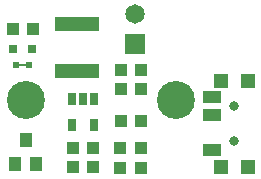
<source format=gts>
G04 #@! TF.FileFunction,Soldermask,Top*
%FSLAX46Y46*%
G04 Gerber Fmt 4.6, Leading zero omitted, Abs format (unit mm)*
G04 Created by KiCad (PCBNEW 4.0.6) date 07/28/17 12:25:35*
%MOMM*%
%LPD*%
G01*
G04 APERTURE LIST*
%ADD10C,0.100000*%
%ADD11R,0.650000X1.060000*%
%ADD12C,3.216000*%
%ADD13R,1.651000X1.651000*%
%ADD14C,1.651000*%
%ADD15R,1.100000X1.000000*%
%ADD16R,3.700000X1.200000*%
%ADD17R,1.016000X1.143000*%
%ADD18R,1.000000X1.100000*%
%ADD19R,0.800000X0.800000*%
%ADD20C,0.800000*%
%ADD21R,1.200000X1.200000*%
%ADD22R,1.500000X1.000000*%
%ADD23R,0.600000X0.500000*%
%ADD24R,0.800000X0.150000*%
G04 APERTURE END LIST*
D10*
D11*
X147762000Y-105072000D03*
X146812000Y-105072000D03*
X145862000Y-105072000D03*
X145862000Y-107272000D03*
X147762000Y-107272000D03*
D12*
X141986000Y-105156000D03*
X154686000Y-105156000D03*
D13*
X151257000Y-100457000D03*
D14*
X151257000Y-97917000D03*
D15*
X145962000Y-110871000D03*
X147662000Y-110871000D03*
X150026000Y-104267000D03*
X151726000Y-104267000D03*
X150026000Y-102616000D03*
X151726000Y-102616000D03*
D16*
X146304000Y-102711000D03*
X146304000Y-98711000D03*
D17*
X141986000Y-108585000D03*
X142875000Y-110617000D03*
X141097000Y-110617000D03*
D15*
X150026000Y-106934000D03*
X151726000Y-106934000D03*
D18*
X151765000Y-109259000D03*
X151765000Y-110959000D03*
X149987000Y-109259000D03*
X149987000Y-110959000D03*
D15*
X142582000Y-99187000D03*
X140882000Y-99187000D03*
D19*
X140932000Y-100838000D03*
X142532000Y-100838000D03*
D20*
X159639000Y-105664000D03*
X159639000Y-108688000D03*
D21*
X160789000Y-110838000D03*
X158489000Y-110838000D03*
X160789000Y-103538000D03*
X158489000Y-103538000D03*
D22*
X157739000Y-106438000D03*
X157739000Y-104938000D03*
X157739000Y-109438000D03*
D15*
X145962000Y-109220000D03*
X147662000Y-109220000D03*
D23*
X141182000Y-102235000D03*
X142282000Y-102235000D03*
D24*
X141732000Y-102235000D03*
M02*

</source>
